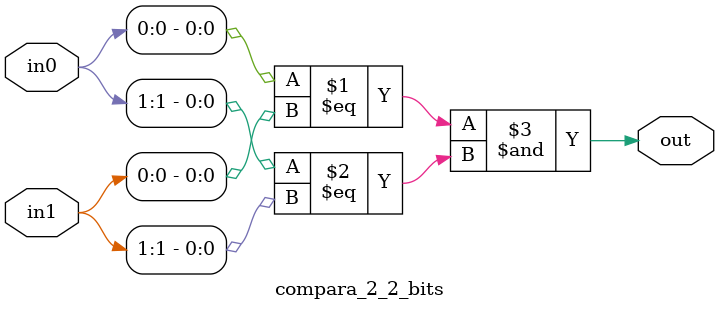
<source format=v>
module compara_2_2_bits(in0,in1,out);
	input [1:0]in0,in1;
	output out;
	
	assign out = ((in0[0]==in1[0])&(in0[1]==in1[1]));
	
endmodule
</source>
